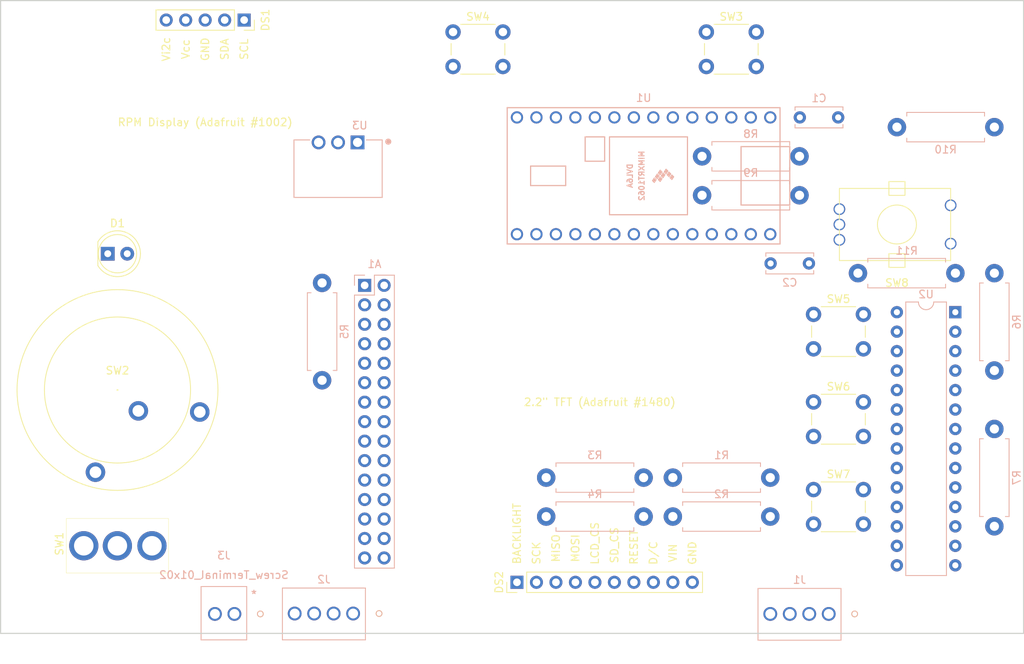
<source format=kicad_pcb>
(kicad_pcb (version 20211014) (generator pcbnew)
  (layers (0 "F.Cu" signal) (31 "B.Cu" signal) (34 "B.Paste" user) (35 "F.Paste" user) (36 "B.SilkS" user "B.Silkscreen") (37 "F.SilkS" user "F.Silkscreen") (38 "B.Mask" user) (39 "F.Mask" user) (44 "Edge.Cuts" user))
  (net 0 "")
  (net 1 "GND")
  (net 2 "+24V")
  (net 3 "/motorA+")
  (net 4 "/motorA-")
  (net 5 "/motorB+")
  (net 6 "/motorB-")
  (net 7 "Net-(A1-Pad25)")
  (net 9 "/zDirection")
  (net 10 "/zStep")
  (net 11 "/zDisable")
  (net 12 "+5V")
  (net 13 "/SpindleEnc_A")
  (net 14 "/SpindleEnc_B")
  (net 15 "Net-(R1-Pad2)")
  (net 16 "Net-(R2-Pad2)")
  (net 17 "/panelEncoder_B")
  (net 21 "/tft_cs")
  (net 22 "/tft_mosi")
  (net 23 "/tft_miso")
  (net 24 "/tft_clk")
  (net 25 "/tft_d{slash}c")
  (net 30 "/panelEncoder_A")
  (net 32 "Net-(SW1-Pad1)")
  (net 33 "Net-(SW2-Pad4)")
  (net 34 "Net-(SW2-Pad1)")
  (net 35 "Net-(D1-Pad2)")
  (net 38 "+3V3")
  (net 40 "/i2c_clock")
  (net 41 "/i2c_data")
  (net 44 "/tft_reset")
  (net 45 "Net-(R10-Pad1)")
  (net 46 "Net-(R11-Pad2)")
  (net 47 "/panelSwitchInterrupt")
  (net 48 "/panelButtonInterrupt")
  (net 49 "Net-(SW3-Pad1)")
  (net 50 "Net-(SW4-Pad1)")
  (net 51 "Net-(SW5-Pad1)")
  (net 52 "Net-(SW6-Pad1)")
  (net 53 "Net-(SW7-Pad1)")
  (net 57 "Net-(SW1-Pad3)")
  (net 58 "Net-(SW8-PadS1)")
  (footprint "Button_Switch_THT:SW_PUSH_6mm_H9.5mm" (layer "F.Cu") (at 182.17 95.54)
    (fp_text reference "SW7" (at 3.25 -2) (layer "F.SilkS"))
    (fp_text value "Function Btn 3")
    (fp_line (start 6.75 3) (end 6.75 1.5) (layer "F.SilkS") (width 0.12))
    (fp_line (start 1 5.5) (end 5.5 5.5) (layer "F.SilkS") (width 0.12))
    (fp_line (start -0.25 1.5) (end -0.25 3) (layer "F.SilkS") (width 0.12))
    (fp_line (start 5.5 -1) (end 1 -1) (layer "F.SilkS") (width 0.12))
    (pad "1" thru_hole circle locked (at 6.5 0 90) (size 2 2) (drill 1.1) (layers *.Cu *.Mask) (net 53 "Net-(SW7-Pad1)"))
    (pad "1" thru_hole circle locked (at 0 0 90) (size 2 2) (drill 1.1) (layers *.Cu *.Mask) (net 53 "Net-(SW7-Pad1)"))
    (pad "2" thru_hole circle locked (at 6.5 4.5 90) (size 2 2) (drill 1.1) (layers *.Cu *.Mask) (net 1 "GND"))
    (pad "2" thru_hole circle locked (at 0 4.5 90) (size 2 2) (drill 1.1) (layers *.Cu *.Mask) (net 1 "GND"))
  )
  (footprint "Electroturn_Parts:CUIDevices_ACZ11BR1E20FD112C" (layer "F.Cu") (at 193.04 60.96)
    (fp_text reference "SW8" (at 0 7.62 unlocked) (layer "F.SilkS"))
    (fp_text value "Control Panel Encoder")
    (fp_line (start -7.5 4.7) (end 7 4.7) (layer "F.SilkS") (width 0.12))
    (fp_line (start -7.5 -4.7) (end 7 -4.7) (layer "F.SilkS") (width 0.12))
    (fp_line (start -7.5 -4.7) (end -7.5 4.7) (layer "F.SilkS") (width 0.12))
    (fp_line (start 7 -4.7) (end 7 4.7) (layer "F.SilkS") (width 0.12))
    (fp_rect (start 1.05 5.6) (end -1.05 3.8) (layer "F.SilkS") (width 0.12) (fill none))
    (fp_rect (start 1.05 -5.6) (end -1.05 -3.8) (layer "F.SilkS") (width 0.12) (fill none))
    (fp_circle (center 0 0) (end -2.54 0) (layer "F.SilkS") (width 0.12) (fill none))
    (pad "A" thru_hole circle locked (at -7.5 -2) (size 1.524 1.524) (drill 1.2) (layers *.Cu *.Mask) (net 45 "Net-(R10-Pad1)"))
    (pad "B" thru_hole circle locked (at -7.5 2) (size 1.524 1.524) (drill 1.2) (layers *.Cu *.Mask) (net 46 "Net-(R11-Pad2)"))
    (pad "C" thru_hole circle locked (at -7.5 0) (size 1.524 1.524) (drill 1.2) (layers *.Cu *.Mask) (net 1 "GND"))
    (pad "S1" thru_hole circle locked (at 7 -2.5) (size 1.524 1.524) (drill 1.2) (layers *.Cu *.Mask) (net 58 "Net-(SW8-PadS1)"))
    (pad "S2" thru_hole circle locked (at 7 2.5) (size 1.524 1.524) (drill 1.2) (layers *.Cu *.Mask) (net 1 "GND"))
  )
  (footprint "Electroturn_Parts:Adafruit1480_TFTwithHeaders" (layer "F.Cu") (at 143.51 107.6325)
    (fp_text reference "DS2" (at -2.33 0 90) (layer "F.SilkS"))
    (fp_text value "Adafruit_1480_2.2inTFT")
    (fp_text user "BACKLIGHT" (at 0 -6.35 90 unlocked) (layer "F.SilkS"))
    (fp_text user "VIN" (at 20.32 -3.81 90 unlocked) (layer "F.SilkS"))
    (fp_text user "SD_CS" (at 12.7 -4.826 90 unlocked) (layer "F.SilkS"))
    (fp_text user "D/C" (at 17.78 -3.81 90 unlocked) (layer "F.SilkS"))
    (fp_text user "MISO" (at 5.08 -4.445 90 unlocked) (layer "F.SilkS"))
    (fp_text user "2.2\" TFT (Adafruit #1480)" (at 10.795 -23.495 unlocked) (layer "F.SilkS"))
    (fp_text user "GND" (at 22.86 -3.81 90 unlocked) (layer "F.SilkS"))
    (fp_text user "MOSI" (at 7.62 -4.445 90 unlocked) (layer "F.SilkS"))
    (fp_text user "SCK" (at 2.54 -3.81 90 unlocked) (layer "F.SilkS"))
    (fp_text user "LCD_CS" (at 10.16 -5.08 90 unlocked) (layer "F.SilkS"))
    (fp_text user "RESET" (at 15.24 -4.572 90 unlocked) (layer "F.SilkS"))
    (fp_line (start -1.33 1.33) (end -1.33 0) (layer "F.SilkS") (width 0.12))
    (fp_line (start 0 1.33) (end -1.33 1.33) (layer "F.SilkS") (width 0.12))
    (fp_line (start 1.27 1.33) (end 1.27 -1.33) (layer "F.SilkS") (width 0.12))
    (fp_line (start 1.27 1.33) (end 24.19 1.33) (layer "F.SilkS") (width 0.12))
    (fp_line (start 1.27 -1.33) (end 24.19 -1.33) (layer "F.SilkS") (width 0.12))
    (fp_line (start 24.19 1.33) (end 24.19 -1.33) (layer "F.SilkS") (width 0.12))
    (pad "1" thru_hole rect locked (at 0 0 90) (size 1.7 1.7) (drill 1) (layers *.Cu *.Mask))
    (pad "2" thru_hole oval locked (at 2.54 0 90) (size 1.7 1.7) (drill 1) (layers *.Cu *.Mask) (net 24 "/tft_clk"))
    (pad "3" thru_hole oval locked (at 5.08 0 90) (size 1.7 1.7) (drill 1) (layers *.Cu *.Mask) (net 23 "/tft_miso"))
    (pad "4" thru_hole oval locked (at 7.62 0 90) (size 1.7 1.7) (drill 1) (layers *.Cu *.Mask) (net 22 "/tft_mosi"))
    (pad "5" thru_hole oval locked (at 10.16 0 90) (size 1.7 1.7) (drill 1) (layers *.Cu *.Mask) (net 21 "/tft_cs"))
    (pad "6" thru_hole oval locked (at 12.7 0 90) (size 1.7 1.7) (drill 1) (layers *.Cu *.Mask))
    (pad "7" thru_hole oval locked (at 15.24 0 90) (size 1.7 1.7) (drill 1) (layers *.Cu *.Mask) (net 44 "/tft_reset"))
    (pad "8" thru_hole oval locked (at 17.78 0 90) (size 1.7 1.7) (drill 1) (layers *.Cu *.Mask) (net 25 "/tft_d{slash}c"))
    (pad "9" thru_hole oval locked (at 20.32 0 90) (size 1.7 1.7) (drill 1) (layers *.Cu *.Mask) (net 38 "+3V3"))
    (pad "10" thru_hole oval locked (at 22.86 0 90) (size 1.7 1.7) (drill 1) (layers *.Cu *.Mask) (net 1 "GND"))
  )
  (footprint "LED_THT:LED_D5.0mm" (layer "F.Cu") (at 90.17 64.77)
    (fp_text reference "D1" (at 1.27 -3.96) (layer "F.SilkS"))
    (fp_text value "Spindle Overspeed LED")
    (fp_line (start -1.29 -1.545) (end -1.29 1.545) (layer "F.SilkS") (width 0.12))
    (fp_arc (start 4.26 -0.000462) (mid 2.072002 2.880433) (end -1.29 1.54483) (layer "F.SilkS") (width 0.12))
    (fp_arc (start -1.29 -1.54483) (mid 2.072002 -2.880433) (end 4.26 0.000462) (layer "F.SilkS") (width 0.12))
    (fp_circle (center 1.27 0) (end 3.77 0) (layer "F.SilkS") (width 0.12) (fill none))
    (pad "1" thru_hole rect locked (at 0 0) (size 1.8 1.8) (drill 0.9) (layers *.Cu *.Mask) (net 1 "GND"))
    (pad "2" thru_hole circle locked (at 2.54 0) (size 1.8 1.8) (drill 0.9) (layers *.Cu *.Mask) (net 35 "Net-(D1-Pad2)"))
  )
  (footprint "Electroturn_Parts:SPDT_OnOffOn_ToggleSwitch_fromECEdepartment_CircularPads" (layer "F.Cu") (at 84.758 106.426 90)
    (fp_text reference "SW1" (at 3.81 -0.889 90 unlocked) (layer "F.SilkS"))
    (fp_text value "Feed Switch")
    (fp_rect (start 0 0) (end 7.112 13.335) (layer "F.SilkS") (width 0.05) (fill none))
    (pad "1" thru_hole circle locked (at 3.556 2.286 90) (size 3.81 3.81) (drill 2.54) (layers *.Cu *.Mask) (net 32 "Net-(SW1-Pad1)"))
    (pad "2" thru_hole circle locked (at 3.556 6.6675 90) (size 3.81 3.81) (drill 2.54) (layers *.Cu *.Mask) (net 1 "GND"))
    (pad "3" thru_hole circle locked (at 3.556 11.176 90) (size 3.81 3.81) (drill 2.54) (layers *.Cu *.Mask) (net 57 "Net-(SW1-Pad3)"))
  )
  (footprint "Electroturn_Parts:Adafruit1002_0.54inAlphanumericBackpack" (layer "F.Cu") (at 107.95 34.29)
    (fp_text reference "DS1" (at 2.77 0 270) (layer "F.SilkS"))
    (fp_text value "Adafruit_1002_Alphanumeric")
    (fp_text user "Vcc" (at -7.62 3.81 90 unlocked) (layer "F.SilkS"))
    (fp_text user "GND" (at -5.08 3.81 90 unlocked) (layer "F.SilkS"))
    (fp_text user "SDA" (at -2.54 3.81 90 unlocked) (layer "F.SilkS"))
    (fp_text user "RPM Display (Adafruit #1002)" (at -5.08 13.335 unlocked) (layer "F.SilkS"))
    (fp_text user "Vi2c" (at -10.16 3.81 90 unlocked) (layer "F.SilkS"))
    (fp_text user "SCL" (at 0 3.81 90 unlocked) (layer "F.SilkS"))
    (fp_line (start 1.33 0) (end 1.33 1.33) (layer "F.SilkS") (width 0.12))
    (fp_line (start -1.27 1.33) (end -11.49 1.33) (layer "F.SilkS") (width 0.12))
    (fp_line (start 1.33 1.33) (end 0 1.33) (layer "F.SilkS") (width 0.12))
    (fp_line (start -11.49 -1.33) (end -11.49 1.33) (layer "F.SilkS") (width 0.12))
    (fp_line (start -1.27 -1.33) (end -11.49 -1.33) (layer "F.SilkS") (width 0.12))
    (fp_line (start -1.27 -1.33) (end -1.27 1.33) (layer "F.SilkS") (width 0.12))
    (pad "1" thru_hole rect locked (at 0 0 270) (size 1.7 1.7) (drill 1) (layers *.Cu *.Mask) (net 40 "/i2c_clock"))
    (pad "2" thru_hole oval locked (at -2.54 0 270) (size 1.7 1.7) (drill 1) (layers *.Cu *.Mask) (net 41 "/i2c_data"))
    (pad "3" thru_hole oval locked (at -5.08 0 270) (size 1.7 1.7) (drill 1) (layers *.Cu *.Mask) (net 1 "GND"))
    (pad "4" thru_hole oval locked (at -7.62 0 270) (size 1.7 1.7) (drill 1) (layers *.Cu *.Mask) (net 12 "+5V"))
    (pad "5" thru_hole oval locked (at -10.16 0 270) (size 1.7 1.7) (drill 1) (layers *.Cu *.Mask) (net 38 "+3V3"))
  )
  (footprint "Electroturn_Parts:SW_SPDT_CK_ A11405RNZQ" (layer "F.Cu") (at 91.44 82.55)
    (fp_text reference "SW2" (at 0 -2.54 unlocked) (layer "F.SilkS"))
    (fp_text value "Motor Braking Switch")
    (fp_circle (center 0 0) (end 0 0) (layer "F.SilkS") (width 0.12) (fill none))
    (fp_circle (center 0 0) (end 13.0937 0) (layer "F.SilkS") (width 0.12) (fill none))
    (fp_circle (center 0 0) (end 9.525 0) (layer "F.SilkS") (width 0.12) (fill none))
    (pad "1" thru_hole circle locked (at 10.721594 2.872842 25) (size 2.54 2.54) (drill 1.524) (layers *.Cu *.Mask) (net 34 "Net-(SW2-Pad1)"))
    (pad "4" thru_hole circle locked (at -2.872842 10.721594 100) (size 2.54 2.54) (drill 1.524) (layers *.Cu *.Mask) (net 33 "Net-(SW2-Pad4)"))
    (pad "A" thru_hole circle locked (at 2.721026 2.721026 25) (size 2.54 2.54) (drill 1.524) (layers *.Cu *.Mask) (net 1 "GND"))
  )
  (footprint "Button_Switch_THT:SW_PUSH_6mm_H9.5mm" (layer "F.Cu") (at 182.17 72.68)
    (fp_text reference "SW5" (at 3.25 -2) (layer "F.SilkS"))
    (fp_text value "Function Btn 1")
    (fp_line (start -0.25 1.5) (end -0.25 3) (layer "F.SilkS") (width 0.12))
    (fp_line (start 1 5.5) (end 5.5 5.5) (layer "F.SilkS") (width 0.12))
    (fp_line (start 5.5 -1) (end 1 -1) (layer "F.SilkS") (width 0.12))
    (fp_line (start 6.75 3) (end 6.75 1.5) (layer "F.SilkS") (width 0.12))
    (pad "1" thru_hole circle locked (at 0 0 90) (size 2 2) (drill 1.1) (layers *.Cu *.Mask) (net 51 "Net-(SW5-Pad1)"))
    (pad "1" thru_hole circle locked (at 6.5 0 90) (size 2 2) (drill 1.1) (layers *.Cu *.Mask) (net 51 "Net-(SW5-Pad1)"))
    (pad "2" thru_hole circle locked (at 6.5 4.5 90) (size 2 2) (drill 1.1) (layers *.Cu *.Mask) (net 1 "GND"))
    (pad "2" thru_hole circle locked (at 0 4.5 90) (size 2 2) (drill 1.1) (layers *.Cu *.Mask) (net 1 "GND"))
  )
  (footprint "Button_Switch_THT:SW_PUSH_6mm_H9.5mm" (layer "F.Cu") (at 182.17 84.11)
    (fp_text reference "SW6" (at 3.25 -2) (layer "F.SilkS"))
    (fp_text value "Function Btn 2")
    (fp_line (start 5.5 -1) (end 1 -1) (layer "F.SilkS") (width 0.12))
    (fp_line (start 1 5.5) (end 5.5 5.5) (layer "F.SilkS") (width 0.12))
    (fp_line (start -0.25 1.5) (end -0.25 3) (layer "F.SilkS") (width 0.12))
    (fp_line (start 6.75 3) (end 6.75 1.5) (layer "F.SilkS") (width 0.12))
    (pad "1" thru_hole circle locked (at 0 0 90) (size 2 2) (drill 1.1) (layers *.Cu *.Mask) (net 52 "Net-(SW6-Pad1)"))
    (pad "1" thru_hole circle locked (at 6.5 0 90) (size 2 2) (drill 1.1) (layers *.Cu *.Mask) (net 52 "Net-(SW6-Pad1)"))
    (pad "2" thru_hole circle locked (at 0 4.5 90) (size 2 2) (drill 1.1) (layers *.Cu *.Mask) (net 1 "GND"))
    (pad "2" thru_hole circle locked (at 6.5 4.5 90) (size 2 2) (drill 1.1) (layers *.Cu *.Mask) (net 1 "GND"))
  )
  (footprint "Button_Switch_THT:SW_PUSH_6mm_H9.5mm" (layer "F.Cu") (at 135.18 35.85)
    (fp_text reference "SW4" (at 3.25 -2) (layer "F.SilkS"))
    (fp_text value "Mode Left Scroll")
    (fp_line (start 5.5 -1) (end 1 -1) (layer "F.SilkS") (width 0.12))
    (fp_line (start 1 5.5) (end 5.5 5.5) (layer "F.SilkS") (width 0.12))
    (fp_line (start -0.25 1.5) (end -0.25 3) (layer "F.SilkS") (width 0.12))
    (fp_line (start 6.75 3) (end 6.75 1.5) (layer "F.SilkS") (width 0.12))
    (pad "1" thru_hole circle locked (at 6.5 0 90) (size 2 2) (drill 1.1) (layers *.Cu *.Mask) (net 50 "Net-(SW4-Pad1)"))
    (pad "1" thru_hole circle locked (at 0 0 90) (size 2 2) (drill 1.1) (layers *.Cu *.Mask) (net 50 "Net-(SW4-Pad1)"))
    (pad "2" thru_hole circle locked (at 6.5 4.5 90) (size 2 2) (drill 1.1) (layers *.Cu *.Mask) (net 1 "GND"))
    (pad "2" thru_hole circle locked (at 0 4.5 90) (size 2 2) (drill 1.1) (layers *.Cu *.Mask) (net 1 "GND"))
  )
  (footprint "Button_Switch_THT:SW_PUSH_6mm_H9.5mm" (layer "F.Cu") (at 168.2 35.85)
    (fp_text reference "SW3" (at 3.25 -2) (layer "F.SilkS"))
    (fp_text value "Mode Right Scroll")
    (fp_line (start 5.5 -1) (end 1 -1) (layer "F.SilkS") (width 0.12))
    (fp_line (start 1 5.5) (end 5.5 5.5) (layer "F.SilkS") (width 0.12))
    (fp_line (start -0.25 1.5) (end -0.25 3) (layer "F.SilkS") (width 0.12))
    (fp_line (start 6.75 3) (end 6.75 1.5) (layer "F.SilkS") (width 0.12))
    (pad "1" thru_hole circle locked (at 6.5 0 90) (size 2 2) (drill 1.1) (layers *.Cu *.Mask) (net 49 "Net-(SW3-Pad1)"))
    (pad "1" thru_hole circle locked (at 0 0 90) (size 2 2) (drill 1.1) (layers *.Cu *.Mask) (net 49 "Net-(SW3-Pad1)"))
    (pad "2" thru_hole circle locked (at 0 4.5 90) (size 2 2) (drill 1.1) (layers *.Cu *.Mask) (net 1 "GND"))
    (pad "2" thru_hole circle locked (at 6.5 4.5 90) (size 2 2) (drill 1.1) (layers *.Cu *.Mask) (net 1 "GND"))
  )
  (footprint "Resistor_THT:R_Axial_DIN0411_L9.9mm_D3.6mm_P12.70mm_Horizontal" (layer "B.Cu") (at 176.53 99.06 180)
    (fp_text reference "R2" (at 6.35 2.92) (layer "B.SilkS") (effects (justify mirror)))
    (fp_text value "10k")
    (fp_line (start 1.28 1.92) (end 11.42 1.92) (layer "B.SilkS") (width 0.12))
    (fp_line (start 1.28 -1.44) (end 1.28 -1.92) (layer "B.SilkS") (width 0.12))
    (fp_line (start 11.42 1.92) (end 11.42 1.44) (layer "B.SilkS") (width 0.12))
    (fp_line (start 11.42 -1.92) (end 11.42 -1.44) (layer "B.SilkS") (width 0.12))
    (fp_line (start 1.28 -1.92) (end 11.42 -1.92) (layer "B.SilkS") (width 0.12))
    (fp_line (start 1.28 1.44) (end 1.28 1.92) (layer "B.SilkS") (width 0.12))
    (pad "1" thru_hole circle (at 0 0 180) (size 2.4 2.4) (drill 1.2) (layers *.Cu *.Mask) (net 1 "GND"))
    (pad "2" thru_hole oval (at 12.7 0 180) (size 2.4 2.4) (drill 1.2) (layers *.Cu *.Mask) (net 16 "Net-(R2-Pad2)"))
  )
  (footprint "Capacitor_THT:C_Disc_D6.0mm_W2.5mm_P5.00mm" (layer "B.Cu") (at 185.38 46.99 180)
    (fp_text reference "C1" (at 2.5 2.5) (layer "B.SilkS") (effects (justify mirror)))
    (fp_text value "0.01uF")
    (fp_line (start -0.62 1.37) (end -0.62 0.925) (layer "B.SilkS") (width 0.12))
    (fp_line (start -0.62 -0.925) (end -0.62 -1.37) (layer "B.SilkS") (width 0.12))
    (fp_line (start 5.62 -0.925) (end 5.62 -1.37) (layer "B.SilkS") (width 0.12))
    (fp_line (start 5.62 1.37) (end 5.62 0.925) (layer "B.SilkS") (width 0.12))
    (fp_line (start -0.62 1.37) (end 5.62 1.37) (layer "B.SilkS") (width 0.12))
    (fp_line (start -0.62 -1.37) (end 5.62 -1.37) (layer "B.SilkS") (width 0.12))
    (pad "1" thru_hole circle (at 0 0 180) (size 1.6 1.6) (drill 0.8) (layers *.Cu *.Mask) (net 1 "GND"))
    (pad "2" thru_hole circle (at 5 0 180) (size 1.6 1.6) (drill 0.8) (layers *.Cu *.Mask) (net 30 "/panelEncoder_A"))
  )
  (footprint "Resistor_THT:R_Axial_DIN0411_L9.9mm_D3.6mm_P12.70mm_Horizontal" (layer "B.Cu") (at 176.53 93.98 180)
    (fp_text reference "R1" (at 6.35 2.92) (layer "B.SilkS") (effects (justify mirror)))
    (fp_text value "10k")
    (fp_line (start 1.28 1.92) (end 11.42 1.92) (layer "B.SilkS") (width 0.12))
    (fp_line (start 1.28 1.44) (end 1.28 1.92) (layer "B.SilkS") (width 0.12))
    (fp_line (start 11.42 -1.92) (end 11.42 -1.44) (layer "B.SilkS") (width 0.12))
    (fp_line (start 1.28 -1.92) (end 11.42 -1.92) (layer "B.SilkS") (width 0.12))
    (fp_line (start 11.42 1.92) (end 11.42 1.44) (layer "B.SilkS") (width 0.12))
    (fp_line (start 1.28 -1.44) (end 1.28 -1.92) (layer "B.SilkS") (width 0.12))
    (pad "1" thru_hole circle (at 0 0 180) (size 2.4 2.4) (drill 1.2) (layers *.Cu *.Mask) (net 1 "GND"))
    (pad "2" thru_hole oval (at 12.7 0 180) (size 2.4 2.4) (drill 1.2) (layers *.Cu *.Mask) (net 15 "Net-(R1-Pad2)"))
  )
  (footprint "Resistor_THT:R_Axial_DIN0411_L9.9mm_D3.6mm_P12.70mm_Horizontal" (layer "B.Cu") (at 118.11 81.28 90)
    (fp_text reference "R5" (at 6.35 2.92 90) (layer "B.SilkS") (effects (justify mirror)))
    (fp_text value "2.8K")
    (fp_line (start 1.28 1.92) (end 11.42 1.92) (layer "B.SilkS") (width 0.12))
    (fp_line (start 11.42 1.92) (end 11.42 1.44) (layer "B.SilkS") (width 0.12))
    (fp_line (start 11.42 -1.92) (end 11.42 -1.44) (layer "B.SilkS") (width 0.12))
    (fp_line (start 1.28 -1.44) (end 1.28 -1.92) (layer "B.SilkS") (width 0.12))
    (fp_line (start 1.28 1.44) (end 1.28 1.92) (layer "B.SilkS") (width 0.12))
    (fp_line (start 1.28 -1.92) (end 11.42 -1.92) (layer "B.SilkS") (width 0.12))
    (pad "1" thru_hole circle (at 0 0 90) (size 2.4 2.4) (drill 1.2) (layers *.Cu *.Mask) (net 7 "Net-(A1-Pad25)"))
    (pad "2" thru_hole oval (at 12.7 0 90) (size 2.4 2.4) (drill 1.2) (layers *.Cu *.Mask) (net 1 "GND"))
  )
  (footprint "Electroturn_Parts:5vSwitchingRegulator_CONV_VXO7805-1000" (layer "B.Cu") (at 122.7325 50.252 180)
    (fp_text reference "U3" (at -0.285535 2.209345) (layer "B.SilkS") (effects (font (size 1.001976 1.001976)) (justify mirror)))
    (fp_text value "5vSwitchingRegulator_VXO7805-1000")
    (fp_line (start -3.21 0.32) (end -1.154 0.32) (layer "B.SilkS") (width 0.127))
    (fp_line (start -3.21 -7.18) (end -3.21 0.32) (layer "B.SilkS") (width 0.127))
    (fp_line (start 8.29 0.32) (end 6.234 0.32) (layer "B.SilkS") (width 0.127))
    (fp_line (start 8.29 0.32) (end 8.29 -7.18) (layer "B.SilkS") (width 0.127))
    (fp_line (start 8.29 -7.18) (end -3.21 -7.18) (layer "B.SilkS") (width 0.127))
    (fp_circle (center -4 0.1) (end -3.8 0.1) (layer "B.SilkS") (width 0.4) (fill none))
    (pad "1" thru_hole rect (at 0 0 180) (size 1.8 1.8) (drill 1.2) (layers *.Cu *.Mask) (net 2 "+24V"))
    (pad "2" thru_hole circle (at 2.54 0 180) (size 1.8 1.8) (drill 1.2) (layers *.Cu *.Mask) (net 1 "GND"))
    (pad "3" thru_hole circle (at 5.08 0 180) (size 1.8 1.8) (drill 1.2) (layers *.Cu *.Mask) (net 12 "+5V"))
  )
  (footprint "Electroturn_Parts:01x02ScrewTerm_OSTVN02A150" (layer "B.Cu") (at 106.68 111.76 180)
    (fp_text reference "J3" (at 1.370076 7.62) (layer "B.SilkS") (effects (justify mirror)))
    (fp_text value "Screw_Terminal_01x02" (at 1.370076 5.08) (layer "B.SilkS") (effects (justify mirror)))
    (fp_text user "*" (at -2.54 2.54) (layer "B.SilkS") (effects (justify mirror)))
    (fp_line (start 4.341876 -3.382599) (end 4.341876 3.577001) (layer "B.SilkS") (width 0.12))
    (fp_line (start -1.601724 -3.382599) (end 4.341876 -3.382599) (layer "B.SilkS") (width 0.12))
    (fp_line (start 4.341876 3.577001) (end -1.601724 3.577001) (layer "B.SilkS") (width 0.12))
    (fp_line (start -1.601724 3.577001) (end -1.601724 -3.382599) (layer "B.SilkS") (width 0.12))
    (fp_circle (center -3.379724 0) (end -2.998724 0) (layer "B.SilkS") (width 0.12) (fill none))
    (fp_circle (center -3.379724 0) (end -2.998724 0) (layer "F.SilkS") (width 0.12) (fill none))
    (pad "1" thru_hole circle (at 0 0 180) (size 1.8034 1.8034) (drill 1.2954) (layers *.Cu *.Mask) (net 1 "GND"))
    (pad "2" thru_hole circle (at 2.54 0 180) (size 1.8034 1.8034) (drill 1.2954) (layers *.Cu *.Mask) (net 2 "+24V"))
  )
  (footprint "Resistor_THT:R_Axial_DIN0411_L9.9mm_D3.6mm_P12.70mm_Horizontal" (layer "B.Cu") (at 180.34 52.07 180)
    (fp_text reference "R8" (at 6.35 2.92) (layer "B.SilkS") (effects (justify mirror)))
    (fp_text value "10k")
    (fp_line (start 1.28 -1.44) (end 1.28 -1.92) (layer "B.SilkS") (width 0.12))
    (fp_line (start 11.42 1.92) (end 11.42 1.44) (layer "B.SilkS") (width 0.12))
    (fp_line (start 11.42 -1.92) (end 11.42 -1.44) (layer "B.SilkS") (width 0.12))
    (fp_line (start 1.28 1.92) (end 11.42 1.92) (layer "B.SilkS") (width 0.12))
    (fp_line (start 1.28 -1.92) (end 11.42 -1.92) (layer "B.SilkS") (width 0.12))
    (fp_line (start 1.28 1.44) (end 1.28 1.92) (layer "B.SilkS") (width 0.12))
    (pad "1" thru_hole circle (at 0 0 180) (size 2.4 2.4) (drill 1.2) (layers *.Cu *.Mask) (net 45 "Net-(R10-Pad1)"))
    (pad "2" thru_hole oval (at 12.7 0 180) (size 2.4 2.4) (drill 1.2) (layers *.Cu *.Mask) (net 30 "/panelEncoder_A"))
  )
  (footprint "Resistor_THT:R_Axial_DIN0411_L9.9mm_D3.6mm_P12.70mm_Horizontal" (layer "B.Cu") (at 200.66 67.31 180)
    (fp_text reference "R11" (at 6.35 2.92) (layer "B.SilkS") (effects (justify mirror)))
    (fp_text value "10k")
    (fp_line (start 11.42 1.92) (end 11.42 1.44) (layer "B.SilkS") (width 0.12))
    (fp_line (start 1.28 -1.92) (end 11.42 -1.92) (layer "B.SilkS") (width 0.12))
    (fp_line (start 1.28 1.44) (end 1.28 1.92) (layer "B.SilkS") (width 0.12))
    (fp_line (start 1.28 1.92) (end 11.42 1.92) (layer "B.SilkS") (width 0.12))
    (fp_line (start 11.42 -1.92) (end 11.42 -1.44) (layer "B.SilkS") (width 0.12))
    (fp_line (start 1.28 -1.44) (end 1.28 -1.92) (layer "B.SilkS") (width 0.12))
    (pad "1" thru_hole circle (at 0 0 180) (size 2.4 2.4) (drill 1.2) (layers *.Cu *.Mask) (net 38 "+3V3"))
    (pad "2" thru_hole oval (at 12.7 0 180) (size 2.4 2.4) (drill 1.2) (layers *.Cu *.Mask) (net 46 "Net-(R11-Pad2)"))
  )
  (footprint "Capacitor_THT:C_Disc_D6.0mm_W2.5mm_P5.00mm" (layer "B.Cu") (at 176.57 66.04)
    (fp_text reference "C2" (at 2.5 2.5) (layer "B.SilkS") (effects (justify mirror)))
    (fp_text value "0.01uF")
    (fp_line (start -0.62 -1.37) (end 5.62 -1.37) (layer "B.SilkS") (width 0.12))
    (fp_line (start -0.62 -0.925) (end -0.62 -1.37) (layer "B.SilkS") (width 0.12))
    (fp_line (start -0.62 1.37) (end 5.62 1.37) (layer "B.SilkS") (width 0.12))
    (fp_line (start 5.62 -0.925) (end 5.62 -1.37) (layer "B.SilkS") (width 0.12))
    (fp_line (start 5.62 1.37) (end 5.62 0.925) (layer "B.SilkS") (width 0.12))
    (fp_line (start -0.62 1.37) (end -0.62 0.925) (layer "B.SilkS") (width 0.12))
    (pad "1" thru_hole circle (at 0 0) (size 1.6 1.6) (drill 0.8) (layers *.Cu *.Mask) (net 17 "/panelEncoder_B"))
    (pad "2" thru_hole circle (at 5 0) (size 1.6 1.6) (drill 0.8) (layers *.Cu *.Mask) (net 1 "GND"))
  )
  (footprint "Resistor_THT:R_Axial_DIN0411_L9.9mm_D3.6mm_P12.70mm_Horizontal" (layer "B.Cu") (at 193.04 48.26)
    (fp_text reference "R10" (at 6.35 2.92) (layer "B.SilkS") (effects (justify mirror)))
    (fp_text value "10k")
    (fp_line (start 11.42 1.92) (end 11.42 1.44) (layer "B.SilkS") (width 0.12))
    (fp_line (start 1.28 1.92) (end 11.42 1.92) (layer "B.SilkS") (width 0.12))
    (fp_line (start 1.28 -1.44) (end 1.28 -1.92) (layer "B.SilkS") (width 0.12))
    (fp_line (start 11.42 -1.92) (end 11.42 -1.44) (layer "B.SilkS") (width 0.12))
    (fp_line (start 1.28 -1.92) (end 11.42 -1.92) (layer "B.SilkS") (width 0.12))
    (fp_line (start 1.28 1.44) (end 1.28 1.92) (layer "B.SilkS") (width 0.12))
    (pad "1" thru_hole circle (at 0 0) (size 2.4 2.4) (drill 1.2) (layers *.Cu *.Mask) (net 45 "Net-(R10-Pad1)"))
    (pad "2" thru_hole oval (at 12.7 0) (size 2.4 2.4) (drill 1.2) (layers *.Cu *.Mask) (net 38 "+3V3"))
  )
  (footprint "Resistor_THT:R_Axial_DIN0411_L9.9mm_D3.6mm_P12.70mm_Horizontal" (layer "B.Cu") (at 180.34 57.15 180)
    (fp_text reference "R9" (at 6.35 2.92) (layer "B.SilkS") (effects (justify mirror)))
    (fp_text value "10k")
    (fp_line (start 1.28 -1.92) (end 11.42 -1.92) (layer "B.SilkS") (width 0.12))
    (fp_line (start 1.28 1.92) (end 11.42 1.92) (layer "B.SilkS") (width 0.12))
    (fp_line (start 11.42 -1.92) (end 11.42 -1.44) (layer "B.SilkS") (width 0.12))
    (fp_line (start 1.28 -1.44) (end 1.28 -1.92) (layer "B.SilkS") (width 0.12))
    (fp_line (start 11.42 1.92) (end 11.42 1.44) (layer "B.SilkS") (width 0.12))
    (fp_line (start 1.28 1.44) (end 1.28 1.92) (layer "B.SilkS") (width 0.12))
    (pad "1" thru_hole circle (at 0 0 180) (size 2.4 2.4) (drill 1.2) (layers *.Cu *.Mask) (net 46 "Net-(R11-Pad2)"))
    (pad "2" thru_hole oval (at 12.7 0 180) (size 2.4 2.4) (drill 1.2) (layers *.Cu *.Mask) (net 17 "/panelEncoder_B"))
  )
  (footprint "Electroturn_Parts:GeckoG250XR2_WithHeatsink" (layer "B.Cu") (at 123.65725 68.8975 180)
    (fp_text reference "A1" (at -1.27 2.77) (layer "B.SilkS") (effects (justify mirror)))
    (fp_text value "Gecko G250X")
    (fp_line (start 1.33 1.33) (end 1.33 0) (layer "B.SilkS") (width 0.12))
    (fp_line (start -1.27 -1.27) (end 1.33 -1.27) (layer "B.SilkS") (width 0.12))
    (fp_line (start 1.33 -1.27) (end 1.33 -36.89) (layer "B.SilkS") (width 0.12))
    (fp_line (start -1.27 1.33) (end -1.27 -1.27) (layer "B.SilkS") (width 0.12))
    (fp_line (start -3.87 1.33) (end -1.27 1.33) (layer "B.SilkS") (width 0.12))
    (fp_line (start -3.87 -36.89) (end 1.33 -36.89) (layer "B.SilkS") (width 0.12))
    (fp_line (start -3.87 1.33) (end -3.87 -36.89) (layer "B.SilkS") (width 0.12))
    (fp_line (start 0 1.33) (end 1.33 1.33) (layer "B.SilkS") (width 0.12))
    (pad "1" thru_hole rect (at 0 0 180) (size 1.7 1.7) (drill 1) (layers *.Cu *.Mask) (net 1 "GND"))
    (pad "2" thru_hole oval (at -2.54 0 180) (size 1.7 1.7) (drill 1) (layers *.Cu *.Mask) (net 1 "GND"))
    (pad "3" thru_hole oval (at 0 -2.54 180) (size 1.7 1.7) (drill 1) (layers *.Cu *.Mask) (net 1 "GND"))
    (pad "4" thru_hole oval (at -2.54 -2.54 180) (size 1.7 1.7) (drill 1) (layers *.Cu *.Mask) (net 1 "GND"))
    (pad "5" thru_hole oval (at 0 -5.08 180) (size 1.7 1.7) (drill 1) (layers *.Cu *.Mask) (net 2 "+24V"))
    (pad "6" thru_hole oval (at -2.54 -5.08 180) (size 1.7 1.7) (drill 1) (layers *.Cu *.Mask) (net 2 "+24V"))
    (pad "7" thru_hole oval (at 0 -7.62 180) (size 1.7 1.7) (drill 1) (layers *.Cu *.Mask) (net 2 "+24V"))
    (pad "8" thru_hole oval (at -2.54 -7.62 180) (size 1.7 1.7) (drill 1) (layers *.Cu *.Mask) (net 2 "+24V"))
    (pad "9" thru_hole oval (at 0 -10.16 180) (size 1.7 1.7) (drill 1) (layers *.Cu *.Mask) (net 3 "/motorA+"))
    (pad "10" thru_hole oval (at -2.54 -10.16 180) (size 1.7 1.7) (drill 1) (layers *.Cu *.Mask) (net 3 "/motorA+"))
    (pad "11" thru_hole oval (at 0 -12.7 180) (size 1.7 1.7) (drill 1) (layers *.Cu *.Mask) (net 3 "/motorA+"))
    (pad "12" thru_hole oval (at -2.54 -12.7 180) (size 1.7 1.7) (drill 1) (layers *.Cu *.Mask) (net 3 "/motorA+"))
    (pad "13" thru_hole oval (at 0 -15.24 180) (size 1.7 1.7) (drill 1) (layers *.Cu *.Mask) (net 4 "/motorA-"))
    (pad "14" thru_hole oval (at -2.54 -15.24 180) (size 1.7 1.7) (drill 1) (layers *.Cu *.Mask) (net 4 "/motorA-"))
    (pad "15" thru_hole oval (at 0 -17.78 180) (size 1.7 1.7) (drill 1) (layers *.Cu *.Mask) (net 4 "/motorA-"))
    (pad "16" thru_hole oval (at -2.54 -17.78 180) (size 1.7 1.7) (drill 1) (layers *.Cu *.Mask) (net 4 "/motorA-"))
    (pad "17" thru_hole oval (at 0 -20.32 180) (size 1.7 1.7) (drill 1) (layers *.Cu *.Mask) (net 5 "/motorB+"))
    (pad "18" thru_hole oval (at -2.54 -20.32 180) (size 1.7 1.7) (drill 1) (layers *.Cu *.Mask) (net 5 "/motorB+"))
    (pad "19" thru_hole oval (at 0 -22.86 180) (size 1.7 1.7) (drill 1) (layers *.Cu *.Mask) (net 5 "/motorB+"))
    (pad "20" thru_hole oval (at -2.54 -22.86 180) (size 1.7 1.7) (drill 1) (layers *.Cu *.Mask) (net 5 "/motorB+"))
    (pad "21" thru_hole oval (at 0 -25.4 180) (size 1.7 1.7) (drill 1) (layers *.Cu *.Mask) (net 6 "/motorB-"))
    (pad "22" thru_hole oval (at -2.54 -25.4 180) (size 1.7 1.7) (drill 1) (layers *.Cu *.Mask) (net 6 "/motorB-"))
    (pad "23" thru_hole oval (at 0 -27.94 180) (size 1.7 1.7) (drill 1) (layers *.Cu *.Mask) (net 6 "/motorB-"))
    (pad "24" thru_hole oval (at -2.54 -27.94 180) (size 1.7 1.7) (drill 1) (layers *.Cu *.Mask) (net 6 "/motorB-"))
    (pad "25" thru_hole oval (at 0 -30.48 180) (size 1.7 1.7) (drill 1) (layers *.Cu *.Mask) (net 7 "Net-(A1-Pad25)"))
    (pad "26" thru_hole oval (at -2.54 -30.48 180) (size 1.7 1.7) (drill 1) (layers *.Cu *.Mask))
    (pad "27" thru_hole oval (at 0 -33.02 180) (size 1.7 1.7) (drill 1) (layers *.Cu *.Mask) (net 9 "/zDirection"))
    (pad "28" thru_hole oval (at -2.54 -33.02 180) (size 1.7 1.7) (drill 1) (layers *.Cu *.Mask) (net 10 "/zStep"))
    (pad "29" thru_hole oval (at 0 -35.56 180) (size 1.7 1.7) (drill 1) (layers *.Cu *.Mask) (net 11 "/zDisable"))
    (pad "30" thru_hole oval (at -2.54 -35.56 180) (size 1.7 1.7) (drill 1) (layers *.Cu *.Mask) (net 1 "GND"))
  )
  (footprint "Package_DIP:DIP-28_W7.62mm" (layer "B.Cu") (at 200.65 72.4 180)
    (fp_text reference "U2" (at 3.81 2.33) (layer "B.SilkS") (effects (justify mirror)))
    (fp_text value "MCP23017_SP")
    (fp_line (start 6.46 1.33) (end 4.81 1.33) (layer "B.SilkS") (width 0.12))
    (fp_line (start 6.46 -34.35) (end 6.46 1.33) (layer "B.SilkS") (width 0.12))
    (fp_line (start 1.16 -34.35) (end 6.46 -34.35) (layer "B.SilkS") (width 0.12))
    (fp_line (start 2.81 1.33) (end 1.16 1.33) (layer "B.SilkS") (width 0.12))
    (fp_line (start 1.16 1.33) (end 1.16 -34.35) (layer "B.SilkS") (width 0.12))
    (fp_arc (start 2.81 1.33) (mid 3.81 0.33) (end 4.81 1.33) (layer "B.SilkS") (width 0.12))
    (pad "1" thru_hole rect (at 0 0 180) (size 1.6 1.6) (drill 0.8) (layers *.Cu *.Mask) (net 57 "Net-(SW1-Pad3)"))
    (pad "2" thru_hole oval (at 0 -2.54 180) (size 1.6 1.6) (drill 0.8) (layers *.Cu *.Mask) (net 32 "Net-(SW1-Pad1)"))
    (pad "3" thru_hole oval (at 0 -5.08 180) (size 1.6 1.6) (drill 0.8) (layers *.Cu *.Mask) (net 33 "Net-(SW2-Pad4)"))
    (pad "4" thru_hole oval (at 0 -7.62 180) (size 1.6 1.6) (drill 0.8) (layers *.Cu *.Mask) (net 34 "Net-(SW2-Pad1)"))
    (pad "5" thru_hole oval (at 0 -10.16 180) (size 1.6 1.6) (drill 0.8) (layers *.Cu *.Mask) (net 35 "Net-(D1-Pad2)"))
    (pad "6" thru_hole oval (at 0 -12.7 180) (size 1.6 1.6) (drill 0.8) (layers *.Cu *.Mask) (net 58 "Net-(SW8-PadS1)"))
    (pad "7" thru_hole oval (at 0 -15.24 180) (size 1.6 1.6) (drill 0.8) (layers *.Cu *.Mask))
    (pad "8" thru_hole oval (at 0 -17.78 180) (size 1.6 1.6) (drill 0.8) (layers *.Cu *.Mask))
    (pad "9" thru_hole oval (at 0 -20.32 180) (size 1.6 1.6) (drill 0.8) (layers *.Cu *.Mask) (net 38 "+3V3"))
    (pad "10" thru_hole oval (at 0 -22.86 180) (size 1.6 1.6) (drill 0.8) (layers *.Cu *.Mask) (net 1 "GND"))
    (pad "11" thru_hole oval (at 0 -25.4 180) (size 1.6 1.6) (drill 0.8) (layers *.Cu *.Mask))
    (pad "12" thru_hole oval (at 0 -27.94 180) (size 1.6 1.6) (drill 0.8) (layers *.Cu *.Mask) (net 40 "/i2c_clock"))
    (pad "13" thru_hole oval (at 0 -30.48 180) (size 1.6 1.6) (drill 0.8) (layers *.Cu *.Mask) (net 41 "/i2c_data"))
    (pad "14" thru_hole oval (at 0 -33.02 180) (size 1.6 1.6) (drill 0.8) (layers *.Cu *.Mask))
    (pad "15" thru_hole oval (at 7.62 -33.02 180) (size 1.6 1.6) (drill 0.8) (layers *.Cu *.Mask) (net 1 "GND"))
    (pad "16" thru_hole oval (at 7.62 -30.48 180) (size 1.6 1.6) (drill 0.8) (layers *.Cu *.Mask) (net 1 "GND"))
    (pad "17" thru_hole oval (at 7.62 -27.94 180) (size 1.6 1.6) (drill 0.8) (layers *.Cu *.Mask) (net 1 "GND"))
    (pad "18" thru_hole oval (at 7.62 -25.4 180) (size 1.6 1.6) (drill 0.8) (layers *.Cu *.Mask) (net 38 "+3V3"))
    (pad "19" thru_hole oval (at 7.62 -22.86 180) (size 1.6 1.6) (drill 0.8) (layers *.Cu *.Mask) (net 47 "/panelSwitchInterrupt"))
    (pad "20" thru_hole oval (at 7.62 -20.32 180) (size 1.6 1.6) (drill 0.8) (layers *.Cu *.Mask) (net 48 "/panelButtonInterrupt"))
    (pad "21" thru_hole oval (at 7.62 -17.78 180) (size 1.6 1.6) (drill 0.8) (layers *.Cu *.Mask) (net 49 "Net-(SW3-Pad1)"))
    (pad "22" thru_hole oval (at 7.62 -15.24 180) (size 1.6 1.6) (drill 0.8) (layers *.Cu *.Mask) (net 50 "Net-(SW4-Pad1)"))
    (pad "23" thru_hole oval (at 7.62 -12.7 180) (size 1.6 1.6) (drill 0.8) (layers *.Cu *.Mask) (net 51 "Net-(SW5-Pad1)"))
    (pad "24" thru_hole oval (at 7.62 -10.16 180) (size 1.6 1.6) (drill 0.8) (layers *.Cu *.Mask) (net 52 "Net-(SW6-Pad1)"))
    (pad "25" thru_hole oval (at 7.62 -7.62 180) (size 1.6 1.6) (drill 0.8) (layers *.Cu *.Mask) (net 53 "Net-(SW7-Pad1)"))
    (pad "26" thru_hole oval (at 7.62 -5.08 180) (size 1.6 1.6) (drill 0.8) (layers *.Cu *.Mask))
    (pad "27" thru_hole oval (at 7.62 -2.54 180) (size 1.6 1.6) (drill 0.8) (layers *.Cu *.Mask))
    (pad "28" thru_hole oval (at 7.62 0 180) (size 1.6 1.6) (drill 0.8) (layers *.Cu *.Mask))
  )
  (footprint "Resistor_THT:R_Axial_DIN0411_L9.9mm_D3.6mm_P12.70mm_Horizontal" (layer "B.Cu") (at 205.74 100.33 90)
    (fp_text reference "R7" (at 6.35 2.92 90) (layer "B.SilkS") (effects (justify mirror)))
    (fp_text value "1.5k")
    (fp_line (start 1.28 1.92) (end 11.42 1.92) (layer "B.SilkS") (width 0.12))
    (fp_line (start 11.42 -1.92) (end 11.42 -1.44) (layer "B.SilkS") (width 0.12))
    (fp_line (start 1.28 -1.92) (end 11.42 -1.92) (layer "B.SilkS") (width 0.12))
    (fp_line (start 1.28 1.44) (end 1.28 1.92) (layer "B.SilkS") (width 0.12))
    (fp_line (start 11.42 1.92) (end 11.42 1.44) (layer "B.SilkS") (width 0.12))
    (fp_line (start 1.28 -1.44) (end 1.28 -1.92) (layer "B.SilkS") (width 0.12))
    (pad "1" thru_hole circle (at 0 0 90) (size 2.4 2.4) (drill 1.2) (layers *.Cu *.Mask) (net 41 "/i2c_data"))
    (pad "2" thru_hole oval (at 12.7 0 90) (size 2.4 2.4) (drill 1.2) (layers *.Cu *.Mask) (net 38 "+3V3"))
  )
  (footprint "Resistor_THT:R_Axial_DIN0411_L9.9mm_D3.6mm_P12.70mm_Horizontal" (layer "B.Cu") (at 205.74 80.01 90)
    (fp_text reference "R6" (at 6.35 2.92 90) (layer "B.SilkS") (effects (justify mirror)))
    (fp_text value "1.5k")
    (fp_line (start 1.28 -1.92) (end 11.42 -1.92) (layer "B.SilkS") (width 0.12))
    (fp_line (start 1.28 1.44) (end 1.28 1.92) (layer "B.SilkS") (width 0.12))
    (fp_line (start 1.28 1.92) (end 11.42 1.92) (layer "B.SilkS") (width 0.12))
    (fp_line (start 11.42 -1.92) (end 11.42 -1.44) (layer "B.SilkS") (width 0.12))
    (fp_line (start 11.42 1.92) (end 11.42 1.44) (layer "B.SilkS") (width 0.12))
    (fp_line (start 1.28 -1.44) (end 1.28 -1.92) (layer "B.SilkS") (width 0.12))
    (pad "1" thru_hole circle (at 0 0 90) (size 2.4 2.4) (drill 1.2) (layers *.Cu *.Mask) (net 40 "/i2c_clock"))
    (pad "2" thru_hole oval (at 12.7 0 90) (size 2.4 2.4) (drill 1.2) (layers *.Cu *.Mask) (net 38 "+3V3"))
  )
  (footprint "Electroturn_Parts:ScrewTerminal4_OSTVN04A150" (layer "B.Cu") (at 122.1565 111.708801 180)
    (fp_text reference "J2" (at 3.81 4.445) (layer "B.SilkS") (effects (justify mirror)))
    (fp_text value "Stepper Motor Terminal")
    (fp_text user "*" (at 0 0) (layer "B.SilkS") (effects (justify mirror)))
    (fp_line (start 9.2202 3.327001) (end -1.6002 3.327001) (layer "B.SilkS") (width 0.12))
    (fp_line (start 9.2202 -3.429399) (end 9.2202 3.327001) (layer "B.SilkS") (width 0.12))
    (fp_line (start -1.6002 -3.429399) (end 9.2202 -3.429399) (layer "B.SilkS") (width 0.12))
    (fp_line (start -1.6002 3.327001) (end -1.6002 -3.429399) (layer "B.SilkS") (width 0.12))
    (fp_circle (center -3.3782 0) (end -2.9972 0) (layer "B.SilkS") (width 0.12) (fill none))
    (fp_circle (center -3.3782 0) (end -2.9972 0) (layer "F.SilkS") (width 0.12) (fill none))
    (pad "1" thru_hole circle (at 0 0 180) (size 1.8034 1.8034) (drill 1.2954) (layers *.Cu *.Mask) (net 3 "/motorA+"))
    (pad "2" thru_hole circle (at 2.54 0 180) (size 1.8034 1.8034) (drill 1.2954) (layers *.Cu *.Mask) (net 4 "/motorA-"))
    (pad "3" thru_hole circle (at 5.08 0 180) (size 1.8034 1.8034) (drill 1.2954) (layers *.Cu *.Mask) (net 5 "/motorB+"))
    (pad "4" thru_hole circle (at 7.62 0 180) (size 1.8034 1.8034) (drill 1.2954) (layers *.Cu *.Mask) (net 6 "/motorB-"))
  )
  (footprint "Resistor_THT:R_Axial_DIN0411_L9.9mm_D3.6mm_P12.70mm_Horizontal" (layer "B.Cu") (at 160.02 93.98 180)
    (fp_text reference "R3" (at 6.35 2.92) (layer "B.SilkS") (effects (justify mirror)))
    (fp_text value "5k")
    (fp_line (start 1.28 1.44) (end 1.28 1.92) (layer "B.SilkS") (width 0.12))
    (fp_line (start 1.28 -1.44) (end 1.28 -1.92) (layer "B.SilkS") (width 0.12))
    (fp_line (start 11.42 1.92) (end 11.42 1.44) (layer "B.SilkS") (width 0.12))
    (fp_line (start 1.28 1.92) (end 11.42 1.92) (layer "B.SilkS") (width 0.12))
    (fp_line (start 11.42 -1.92) (end 11.42 -1.44) (layer "B.SilkS") (width 0.12))
    (fp_line (start 1.28 -1.92) (end 11.42 -1.92) (layer "B.SilkS") (width 0.12))
    (pad "1" thru_hole circle (at 0 0 180) (size 2.4 2.4) (drill 1.2) (layers *.Cu *.Mask) (net 15 "Net-(R1-Pad2)"))
    (pad "2" thru_hole oval (at 12.7 0 180) (size 2.4 2.4) (drill 1.2) (layers *.Cu *.Mask) (net 13 "/SpindleEnc_A"))
  )
  (footprint "Electroturn_Parts:ScrewTerminal4_OSTVN04A150" (layer "B.Cu") (at 184.15 111.76 180)
    (fp_text reference "J1" (at 3.81 4.445) (layer "B.SilkS") (effects (justify mirror)))
    (fp_text value "Encoder Terminal")
    (fp_text user "*" (at 0 0) (layer "B.SilkS") (effects (justify mirror)))
    (fp_line (start -1.6002 -3.429399) (end 9.2202 -3.429399) (layer "B.SilkS") (width 0.12))
    (fp_line (start 9.2202 -3.429399) (end 9.2202 3.327001) (layer "B.SilkS") (width 0.12))
    (fp_line (start 9.2202 3.327001) (end -1.6002 3.327001) (layer "B.SilkS") (width 0.12))
    (fp_line (start -1.6002 3.327001) (end -1.6002 -3.429399) (layer "B.SilkS") (width 0.12))
    (fp_circle (center -3.3782 0) (end -2.9972 0) (layer "B.SilkS") (width 0.12) (fill none))
    (fp_circle (center -3.3782 0) (end -2.9972 0) (layer "F.SilkS") (width 0.12) (fill none))
    (pad "1" thru_hole circle (at 0 0 180) (size 1.8034 1.8034) (drill 1.2954) (layers *.Cu *.Mask) (net 12 "+5V"))
    (pad "2" thru_hole circle (at 2.54 0 180) (size 1.8034 1.8034) (drill 1.2954) (layers *.Cu *.Mask) (net 1 "GND"))
    (pad "3" thru_hole circle (at 5.08 0 180) (size 1.8034 1.8034) (drill 1.2954) (layers *.Cu *.Mask) (net 13 "/SpindleEnc_A"))
    (pad "4" thru_hole circle (at 7.62 0 180) (size 1.8034 1.8034) (drill 1.2954) (layers *.Cu *.Mask) (net 14 "/SpindleEnc_B"))
  )
  (footprint "Resistor_THT:R_Axial_DIN0411_L9.9mm_D3.6mm_P12.70mm_Horizontal" (layer "B.Cu") (at 160.02 99.06 180)
    (fp_text reference "R4" (at 6.35 2.92) (layer "B.SilkS") (effects (justify mirror)))
    (fp_text value "5k")
    (fp_line (start 1.28 -1.44) (end 1.28 -1.92) (layer "B.SilkS") (width 0.12))
    (fp_line (start 11.42 1.92) (end 11.42 1.44) (layer "B.SilkS") (width 0.12))
    (fp_line (start 1.28 -1.92) (end 11.42 -1.92) (layer "B.SilkS") (width 0.12))
    (fp_line (start 1.28 1.92) (end 11.42 1.92) (layer "B.SilkS") (width 0.12))
    (fp_line (start 1.28 1.44) (end 1.28 1.92) (layer "B.SilkS") (width 0.12))
    (fp_line (start 11.42 -1.92) (end 11.42 -1.44) (layer "B.SilkS") (width 0.12))
    (pad "1" thru_hole circle (at 0 0 180) (size 2.4 2.4) (drill 1.2) (layers *.Cu *.Mask) (net 16 "Net-(R2-Pad2)"))
    (pad "2" thru_hole oval (at 12.7 0 180) (size 2.4 2.4) (drill 1.2) (layers *.Cu *.Mask) (net 14 "/SpindleEnc_B"))
  )
  (footprint "Electroturn_Parts:Teensy40_OnFemaleHeaders" (layer "B.Cu") (at 160.02 54.61 180)
    (fp_text reference "U1" (at 0 10.16) (layer "B.SilkS") (effects (justify mirror)))
    (fp_text value "Teensy 4.0")
    (fp_text user "DVL6A" (at 1.778 0 90) (layer "B.SilkS") (effects (font (size 0.7 0.7)) (justify mirror)))
    (fp_text user "MIMXRT1062" (at 0.254 0 90) (layer "B.SilkS") (effects (font (size 0.7 0.7)) (justify mirror)))
    (fp_line (start 4.445 -5.08) (end 4.445 5.08) (layer "B.SilkS") (width 0.15))
    (fp_line (start 14.732 1.27) (end 14.732 -1.27) (layer "B.SilkS") (width 0.15))
    (fp_line (start -19.05 -3.81) (end -19.05 3.81) (layer "B.SilkS") (width 0.15))
    (fp_line (start -17.78 8.89) (end 17.78 8.89) (layer "B.SilkS") (width 0.15))
    (fp_line (start 17.78 -8.89) (end -17.78 -8.89) (layer "B.SilkS") (width 0.15))
    (fp_line (start -17.78 -3.81) (end -19.05 -3.81) (layer "B.SilkS") (width 0.15))
    (fp_line (start 14.732 -1.27) (end 10.16 -1.27) (layer "B.SilkS") (width 0.15))
    (fp_line (start 10.16 -1.27) (end 10.16 1.27) (layer "B.SilkS") (width 0.15))
    (fp_line (start -12.7 3.81) (end -17.78 3.81) (layer "B.SilkS") (width 0.15))
    (fp_line (start 5.08 1.905) (end 5.08 5.08) (layer "B.SilkS") (width 0.15))
    (fp_line (start 5.08 5.08) (end 7.62 5.08) (layer "B.SilkS") (width 0.15))
    (fp_line (start 4.445 -5.08) (end -5.715 -5.08) (layer "B.SilkS") (width 0.15))
    (fp_line (start -12.7 -3.81) (end -12.7 3.81) (layer "B.SilkS") (width 0.15))
    (fp_line (start 7.62 5.08) (end 7.62 1.905) (layer "B.SilkS") (width 0.15))
    (fp_line (start 4.445 5.08) (end -5.715 5.08) (layer "B.SilkS") (width 0.15))
    (fp_line (start 17.78 8.89) (end 17.78 -8.89) (layer "B.SilkS") (width 0.15))
    (fp_line (start 10.16 1.27) (end 14.732 1.27) (layer "B.SilkS") (width 0.15))
    (fp_line (start 7.62 1.905) (end 5.08 1.905) (layer "B.SilkS") (width 0.15))
    (fp_line (start -12.7 -3.81) (end -17.78 -3.81) (layer "B.SilkS") (width 0.15))
    (fp_line (start -5.715 5.08) (end -5.715 -5.08) (layer "B.SilkS") (width 0.15))
    (fp_line (start -19.05 3.81) (end -17.78 3.81) (layer "B.SilkS") (width 0.15))
    (fp_line (start -17.78 -8.89) (end -17.78 8.89) (layer "B.SilkS") (width 0.15))
    (fp_poly (pts (xy -2.413 -0.381) (xy -2.159 -0.127) (xy -1.905 -0.508) (xy -2.159 -0.762)) (layer "B.SilkS") (width 0.1) (fill solid))
    (fp_poly (pts (xy -2.413 0.508) (xy -2.159 0.762) (xy -1.905 0.381) (xy -2.159 0.127)) (layer "B.SilkS") (width 0.1) (fill solid))
    (fp_poly (pts (xy -1.651 -0.508) (xy -1.397 -0.254) (xy -1.143 -0.635) (xy -1.397 -0.889)) (layer "B.SilkS") (width 0.1) (fill solid))
    (fp_poly (pts (xy -2.032 0) (xy -1.778 0.254) (xy -1.524 -0.127) (xy -1.778 -0.381)) (layer "B.SilkS") (width 0.1) (fill solid))
    (fp_poly (pts (xy -2.794 0.127) (xy -2.54 0.381) (xy -2.286 0) (xy -2.54 -0.254)) (layer "B.SilkS") (width 0.1) (fill solid))
    (fp_poly (pts (xy -3.175 0.635) (xy -2.921 0.889) (xy -2.667 0.508) (xy -2.921 0.254)) (layer "B.SilkS") (width 0.1) (fill solid))
    (fp_poly (pts (xy -3.937 -0.127) (xy -3.683 0.127) (xy -3.429 -0.254) (xy -3.683 -0.508)) (layer "B.SilkS") (width 0.1) (fill solid))
    (fp_poly (pts (xy -3.556 0.254) (xy -3.302 0.508) (xy -3.048 0.127) (xy -3.302 -0.127)) (layer "B.SilkS") (width 0.1) (fill solid))
    (pad "0" thru_hole circle (at -13.97 -7.62 180) (size 1.6 1.6) (drill 1.1) (layers *.Cu *.Mask) (net 30 "/panelEncoder_A"))
    (pad "1" thru_hole circle (at -11.43 -7.62 180) (size 1.6 1.6) (drill 1.1) (layers *.Cu *.Mask) (net 17 "/panelEncoder_B"))
    (pad "2" thru_hole circle (at -8.89 -7.62 180) (size 1.6 1.6) (drill 1.1) (layers *.Cu *.Mask) (net 16 "Net-(R2-Pad2)"))
    (pad "3" thru_hole circle (at -6.35 -7.62 180) (size 1.6 1.6) (drill 1.1) (layers *.Cu *.Mask) (net 15 "Net-(R1-Pad2)"))
    (pad "3.3V" thru_hole circle (at -11.43 7.62 180) (size 1.6 1.6) (drill 1.1) (layers *.Cu *.Mask) (net 38 "+3V3"))
    (pad "4" thru_hole circle (at -3.81 -7.62 180) (size 1.6 1.6) (drill 1.1) (layers *.Cu *.Mask) (net 10 "/zStep"))
    (pad "5" thru_hole circle (at -1.27 -7.62 180) (size 1.6 1.6) (drill 1.1) (layers *.Cu *.Mask) (net 11 "/zDisable"))
    (pad "6" thru_hole circle (at 1.27 -7.62 180) (size 1.6 1.6) (drill 1.1) (layers *.Cu *.Mask) (net 9 "/zDirection"))
    (pad "7" thru_hole circle (at 3.81 -7.62 180) (size 1.6 1.6) (drill 1.1) (layers *.Cu *.Mask))
    (pad "8" thru_hole circle (at 6.35 -7.62 180) (size 1.6 1.6) (drill 1.1) (layers *.Cu *.Mask))
    (pad "9" thru_hole circle (at 8.89 -7.62 180) (size 1.6 1.6) (drill 1.1) (layers *.Cu *.Mask))
    (pad "10" thru_hole circle (at 11.43 -7.62 180) (size 1.6 1.6) (drill 1.1) (layers *.Cu *.Mask) (net 21 "/tft_cs"))
    (pad "11" thru_hole circle (at 13.97 -7.62 180) (size 1.6 1.6) (drill 1.1) (layers *.Cu *.Mask) (net 22 "/tft_mosi"))
    (pad "12" thru_hole circle (at 16.51 -7.62 180) (size 1.6 1.6) (drill 1.1) (layers *.Cu *.Mask) (net 23 "/tft_miso"))
    (pad "13" thru_hole circle (at 16.51 7.62 180) (size 1.6 1.6) (drill 1.1) (layers *.Cu *.Mask) (net 24 "/tft_clk"))
    (pad "14" thru_hole circle (at 13.97 7.62 180) (size 1.6 1.6) (drill 1.1) (layers *.Cu *.Mask) (net 25 "/tft_d{slash}c"))
    (pad "15" thru_hole circle (at 11.43 7.62 180) (size 1.6 1.6) (drill 1.1) (layers *.Cu *.Mask) (net 44 "/tft_reset"))
    (pad "16" thru_hole circle (at 8.89 7.62 180) (size 1.6 1.6) (drill 1.1) (layers *.Cu *.Mask) (net 48 "/panelButtonInterrupt"))
    (pad "17" thru_hole circle (at 6.35 7.62 180) (size 1.6 1.6) (drill 1.1) (layers *.Cu *.Mask) (net 47 "/panelSwitchInterrupt"))
    (pad "18" thru_hole circle (at 3.81 7.62 180) (size 1.6 1.6) (drill 1.1) (layers *.Cu *.Mask) (net 41 "/i2c_data"))
    (pad "19" thru_hole circle (at 1.27 7.62 180) (size 1.6 1.6) (drill 1.1) (layers *.Cu *.Mask) (net 40 "/i2c_clock"))
    (pad "20" thru_hole circle (at -1.27 7.62 180) (size 1.6 1.6) (drill 1.1) (layers *.Cu *.Mask))
    (pad "21" thru_hole circle (at -3.81 7.62 180) (size 1.6 1.6) (drill 1.1) (layers *.Cu *.Mask))
    (pad "22" thru_hole circle (at -6.35 7.62 180) (size 1.6 1.6) (drill 1.1) (layers *.Cu *.Mask))
    (pad "23" thru_hole circle (at -8.89 7.62 180) (size 1.6 1.6) (drill 1.1) (layers *.Cu *.Mask))
    (pad "GND" thru_hole circle (at -16.51 -7.62 180) (size 1.6 1.6) (drill 1.1) (layers *.Cu *.Mask) (net 1 "GND"))
    (pad "GND" thru_hole circle (at -13.97 7.62 180) (size 1.6 1.6) (drill 1.1) (layers *.Cu *.Mask) (net 1 "GND"))
    (pad "VIN" thru_hole circle (at -16.51 7.62 180) (size 1.6 1.6) (drill 1.1) (layers *.Cu *.Mask) (net 12 "+5V"))
  )
  (gr_rect (start 76.2 114.3) (end 209.55 31.75) (layer "Edge.Cuts") (width 0.15) (fill none))
)
</source>
